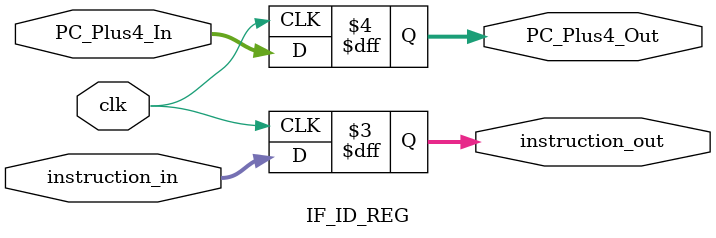
<source format=v>
`timescale 1ns / 1ps


module IF_ID_REG(clk, instruction_in, PC_Plus4_In, instruction_out, PC_Plus4_Out);

    input clk;
    input [31:0] instruction_in, PC_Plus4_In;
    output reg [31:0] instruction_out, PC_Plus4_Out;
    
    initial begin
        instruction_out = 0;
        PC_Plus4_Out = 0;
    end    
    
    always @(posedge clk)   begin
        instruction_out <= instruction_in;
        PC_Plus4_Out <= PC_Plus4_In;
    end
endmodule

</source>
